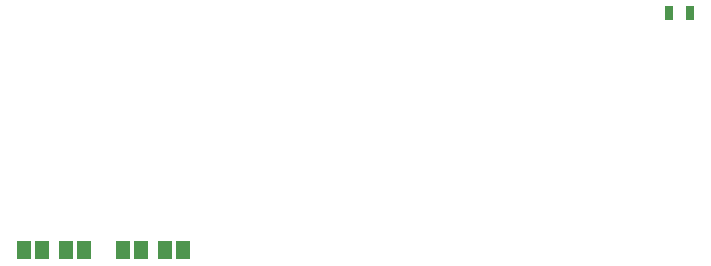
<source format=gbr>
G04 EAGLE Gerber RS-274X export*
G75*
%MOMM*%
%FSLAX34Y34*%
%LPD*%
%INSolderpaste Top*%
%IPPOS*%
%AMOC8*
5,1,8,0,0,1.08239X$1,22.5*%
G01*
%ADD10R,0.800000X1.200000*%
%ADD11R,1.168400X1.600200*%


D10*
X689500Y401320D03*
X707500Y401320D03*
D11*
X143510Y200660D03*
X158750Y200660D03*
X227330Y200660D03*
X242570Y200660D03*
X262890Y200660D03*
X278130Y200660D03*
X179070Y200660D03*
X194310Y200660D03*
M02*

</source>
